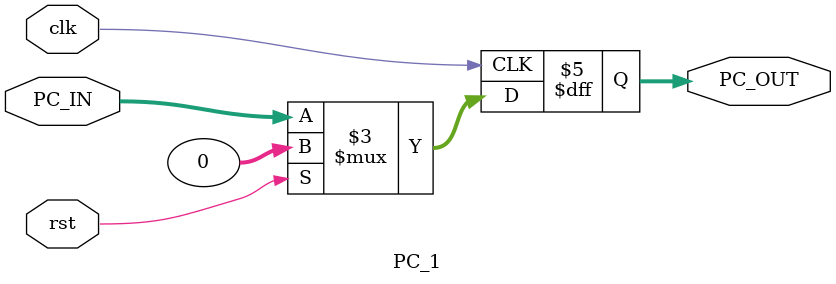
<source format=v>
`timescale 1ns / 1ps


module PC_1(clk,rst,PC_IN,PC_OUT);
    input clk,rst;
    input [31:0]PC_IN;
    output reg [31:0]PC_OUT;
   

    always @(posedge clk)
    begin
        if(rst)
            PC_OUT<= {32{1'b0}};
        else
            PC_OUT <= PC_IN;
    end
endmodule
</source>
